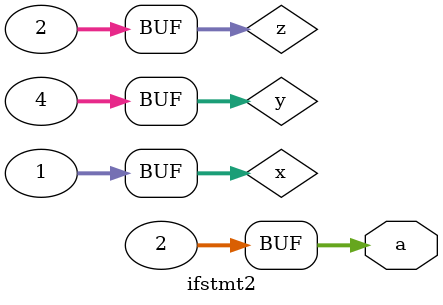
<source format=v>
module ifstmt2 (output reg [31:0] a);

   integer x, y, z;

   initial begin
      x = 1;
      y = 0;

      if(x == 1) begin
         y = x + 3;
      end

      if(x == 1) begin
         if(y == 2) begin
            z = x;
         end
         else begin
            z = x;
         end
         z = x + 1;
      end
      else begin
         z = x + 2;
      end

      a = z;
   end

   always @(*) begin
      $display(a);
   end

endmodule

</source>
